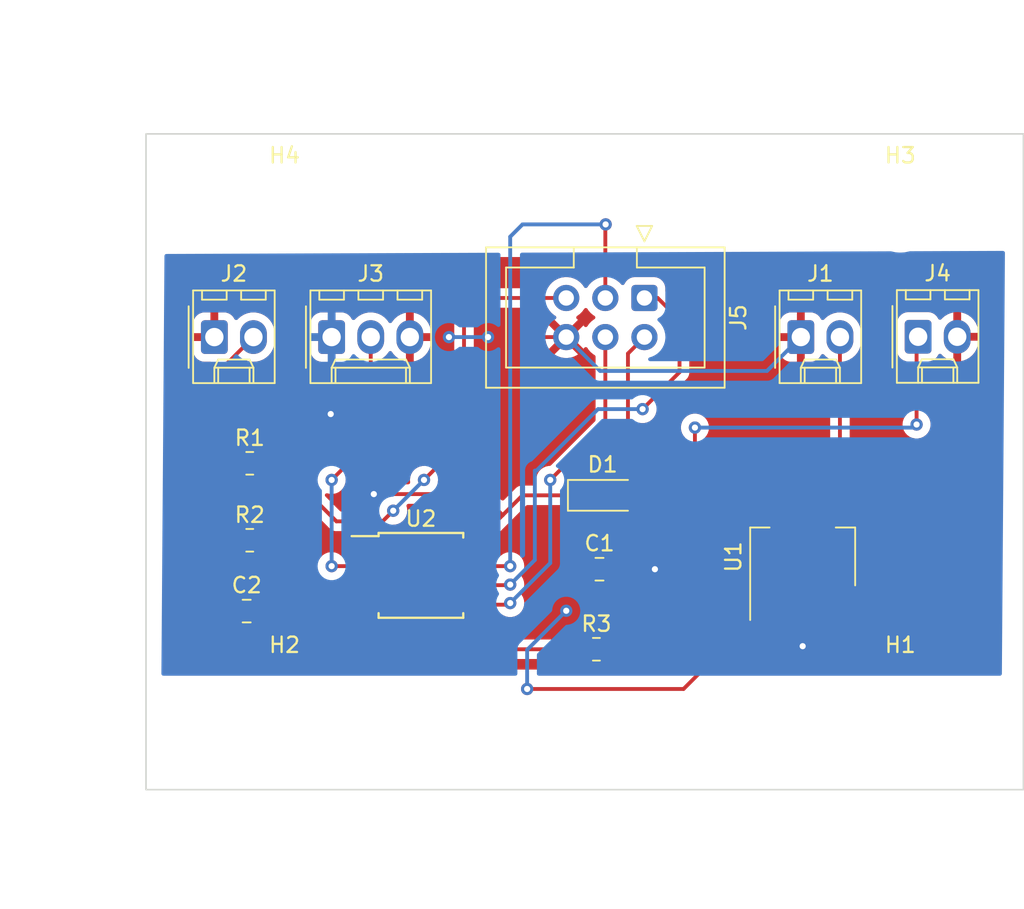
<source format=kicad_pcb>
(kicad_pcb (version 20211014) (generator pcbnew)
  (layers (0 "F.Cu" signal) (31 "B.Cu" signal) (34 "B.Paste" user) (35 "F.Paste" user) (36 "B.SilkS" user "B.Silkscreen") (37 "F.SilkS" user "F.Silkscreen") (38 "B.Mask" user) (39 "F.Mask" user) (44 "Edge.Cuts" user))
  (net 0 "")
  (net 1 "GND")
  (net 2 "+5V")
  (net 3 "/button")
  (net 4 "Net-(D1-Pad2)")
  (net 5 "Net-(U1-Pad3)")
  (net 6 "Net-(R2-Pad1)")
  (net 7 "Net-(J3-Pad2)")
  (net 8 "Net-(R3-Pad2)")
  (net 9 "/MISO")
  (net 10 "/SCK")
  (net 11 "/MOSI")
  (net 12 "/RST")
  (footprint "MountingHole:MountingHole_3.2mm_M3" (layer "F.Cu") (at 124 84.8)
    (fp_text reference "H2" (at 0 -4.2) (layer "F.SilkS"))
    (fp_text value "MountingHole")
    (pad "" np_thru_hole circle (at 0 0) (size 3.2 3.2) (drill 3.2) (layers *.Cu *.Mask))
  )
  (footprint "Package_SO:SOIC-8W_5.3x5.3mm_P1.27mm" (layer "F.Cu") (at 132.86 76.08)
    (fp_text reference "U2" (at 0 -3.68) (layer "F.SilkS"))
    (fp_text value "ATtiny85-20S")
    (fp_line (start 2.75 2.755) (end 2.75 2.455) (layer "F.SilkS") (width 0.15))
    (fp_line (start -2.75 2.755) (end -2.75 2.455) (layer "F.SilkS") (width 0.15))
    (fp_line (start -2.75 -2.755) (end -2.75 -2.55) (layer "F.SilkS") (width 0.15))
    (fp_line (start 2.75 -2.755) (end 2.75 -2.455) (layer "F.SilkS") (width 0.15))
    (fp_line (start -2.75 -2.755) (end 2.75 -2.755) (layer "F.SilkS") (width 0.15))
    (fp_line (start -2.75 2.755) (end 2.75 2.755) (layer "F.SilkS") (width 0.15))
    (fp_line (start -2.75 -2.55) (end -4.5 -2.55) (layer "F.SilkS") (width 0.15))
    (pad "1" smd rect (at -3.65 -1.905) (size 1.7 0.65) (layers "F.Cu" "F.Paste" "F.Mask") (net 12 "/RST"))
    (pad "2" smd rect (at -3.65 -0.635) (size 1.7 0.65) (layers "F.Cu" "F.Paste" "F.Mask") (net 7 "Net-(J3-Pad2)"))
    (pad "3" smd rect (at -3.65 0.635) (size 1.7 0.65) (layers "F.Cu" "F.Paste" "F.Mask") (net 3 "/button"))
    (pad "4" smd rect (at -3.65 1.905) (size 1.7 0.65) (layers "F.Cu" "F.Paste" "F.Mask") (net 1 "GND"))
    (pad "5" smd rect (at 3.65 1.905) (size 1.7 0.65) (layers "F.Cu" "F.Paste" "F.Mask") (net 11 "/MOSI"))
    (pad "6" smd rect (at 3.65 0.635) (size 1.7 0.65) (layers "F.Cu" "F.Paste" "F.Mask") (net 9 "/MISO"))
    (pad "7" smd rect (at 3.65 -0.635) (size 1.7 0.65) (layers "F.Cu" "F.Paste" "F.Mask") (net 10 "/SCK"))
    (pad "8" smd rect (at 3.65 -1.905) (size 1.7 0.65) (layers "F.Cu" "F.Paste" "F.Mask") (net 2 "+5V"))
  )
  (footprint "Connector_Molex:Molex_KK-254_AE-6410-03A_1x03_P2.54mm_Vertical" (layer "F.Cu") (at 127.06 60.6)
    (fp_text reference "J3" (at 2.54 -4.12) (layer "F.SilkS"))
    (fp_text value "POT")
    (fp_line (start 0 1.99) (end 5.08 1.99) (layer "F.SilkS") (width 0.12))
    (fp_line (start 3.34 -2.43) (end 3.34 -3.03) (layer "F.SilkS") (width 0.12))
    (fp_line (start 6.46 2.99) (end 6.46 -3.03) (layer "F.SilkS") (width 0.12))
    (fp_line (start 5.88 -2.43) (end 5.88 -3.03) (layer "F.SilkS") (width 0.12))
    (fp_line (start 0 2.99) (end 0 1.99) (layer "F.SilkS") (width 0.12))
    (fp_line (start 0 1.99) (end 0.25 1.46) (layer "F.SilkS") (width 0.12))
    (fp_line (start -1.38 -3.03) (end -1.38 2.99) (layer "F.SilkS") (width 0.12))
    (fp_line (start -1.67 -2) (end -1.67 2) (layer "F.SilkS") (width 0.12))
    (fp_line (start 1.74 -2.43) (end 3.34 -2.43) (layer "F.SilkS") (width 0.12))
    (fp_line (start 4.28 -2.43) (end 5.88 -2.43) (layer "F.SilkS") (width 0.12))
    (fp_line (start 6.46 -3.03) (end -1.38 -3.03) (layer "F.SilkS") (width 0.12))
    (fp_line (start 4.28 -3.03) (end 4.28 -2.43) (layer "F.SilkS") (width 0.12))
    (fp_line (start 4.83 2.99) (end 4.83 1.99) (layer "F.SilkS") (width 0.12))
    (fp_line (start 5.08 1.99) (end 5.08 2.99) (layer "F.SilkS") (width 0.12))
    (fp_line (start 0.8 -2.43) (end 0.8 -3.03) (layer "F.SilkS") (width 0.12))
    (fp_line (start 1.74 -3.03) (end 1.74 -2.43) (layer "F.SilkS") (width 0.12))
    (fp_line (start -0.8 -3.03) (end -0.8 -2.43) (layer "F.SilkS") (width 0.12))
    (fp_line (start -0.8 -2.43) (end 0.8 -2.43) (layer "F.SilkS") (width 0.12))
    (fp_line (start -1.38 2.99) (end 6.46 2.99) (layer "F.SilkS") (width 0.12))
    (fp_line (start 0.25 1.46) (end 4.83 1.46) (layer "F.SilkS") (width 0.12))
    (fp_line (start 4.83 1.46) (end 5.08 1.99) (layer "F.SilkS") (width 0.12))
    (fp_line (start 0.25 2.99) (end 0.25 1.99) (layer "F.SilkS") (width 0.12))
    (pad "1" thru_hole roundrect (at 0 0) (size 1.74 2.19) (drill 1.19) (layers *.Cu *.Mask) (roundrect_rratio 0.143678) (net 2 "+5V"))
    (pad "2" thru_hole oval (at 2.54 0) (size 1.74 2.19) (drill 1.19) (layers *.Cu *.Mask) (net 7 "Net-(J3-Pad2)"))
    (pad "3" thru_hole oval (at 5.08 0) (size 1.74 2.19) (drill 1.19) (layers *.Cu *.Mask) (net 1 "GND"))
  )
  (footprint "Resistor_SMD:R_0805_2012Metric_Pad1.20x1.40mm_HandSolder" (layer "F.Cu") (at 121.74 68.8)
    (fp_text reference "R1" (at 0 -1.65) (layer "F.SilkS"))
    (fp_text value "10000")
    (fp_line (start -0.227064 0.735) (end 0.227064 0.735) (layer "F.SilkS") (width 0.12))
    (fp_line (start -0.227064 -0.735) (end 0.227064 -0.735) (layer "F.SilkS") (width 0.12))
    (pad "1" smd roundrect (at -1 0) (size 1.2 1.4) (layers "F.Cu" "F.Paste" "F.Mask") (roundrect_rratio 0.208333) (net 2 "+5V"))
    (pad "2" smd roundrect (at 1 0) (size 1.2 1.4) (layers "F.Cu" "F.Paste" "F.Mask") (roundrect_rratio 0.208333) (net 12 "/RST"))
  )
  (footprint "Capacitor_SMD:C_0805_2012Metric_Pad1.18x1.45mm_HandSolder" (layer "F.Cu") (at 144.46 75.68)
    (fp_text reference "C1" (at 0 -1.68) (layer "F.SilkS"))
    (fp_text value "1uF")
    (fp_line (start -0.261252 -0.735) (end 0.261252 -0.735) (layer "F.SilkS") (width 0.12))
    (fp_line (start -0.261252 0.735) (end 0.261252 0.735) (layer "F.SilkS") (width 0.12))
    (pad "1" smd roundrect (at -1.0375 0) (size 1.175 1.45) (layers "F.Cu" "F.Paste" "F.Mask") (roundrect_rratio 0.212766) (net 1 "GND"))
    (pad "2" smd roundrect (at 1.0375 0) (size 1.175 1.45) (layers "F.Cu" "F.Paste" "F.Mask") (roundrect_rratio 0.212766) (net 2 "+5V"))
  )
  (footprint "Package_TO_SOT_SMD:SOT-223" (layer "F.Cu") (at 157.66 74.88 90)
    (fp_text reference "U1" (at 0 -4.5 90) (layer "F.SilkS"))
    (fp_text value "LM1117-5.0")
    (fp_line (start 1.91 3.41) (end 1.91 2.15) (layer "F.SilkS") (width 0.12))
    (fp_line (start -1.85 3.41) (end 1.91 3.41) (layer "F.SilkS") (width 0.12))
    (fp_line (start -4.1 -3.41) (end 1.91 -3.41) (layer "F.SilkS") (width 0.12))
    (fp_line (start 1.91 -3.41) (end 1.91 -2.15) (layer "F.SilkS") (width 0.12))
    (pad "1" smd rect (at -3.15 -2.3 90) (size 2 1.5) (layers "F.Cu" "F.Paste" "F.Mask") (net 1 "GND"))
    (pad "2" smd rect (at -3.15 0 90) (size 2 1.5) (layers "F.Cu" "F.Paste" "F.Mask") (net 2 "+5V"))
    (pad "3" smd rect (at -3.15 2.3 90) (size 2 1.5) (layers "F.Cu" "F.Paste" "F.Mask") (net 5 "Net-(U1-Pad3)"))
    (pad "4" smd rect (at 3.15 0 90) (size 2 3.8) (layers "F.Cu" "F.Paste" "F.Mask"))
  )
  (footprint "Connector_Molex:Molex_KK-254_AE-6410-02A_1x02_P2.54mm_Vertical" (layer "F.Cu") (at 119.44 60.6)
    (fp_text reference "J2" (at 1.27 -4.12) (layer "F.SilkS"))
    (fp_text value "BUTTON")
    (fp_line (start -0.8 -2.43) (end 0.8 -2.43) (layer "F.SilkS") (width 0.12))
    (fp_line (start 2.54 1.99) (end 2.54 2.99) (layer "F.SilkS") (width 0.12))
    (fp_line (start 0 1.99) (end 0.25 1.46) (layer "F.SilkS") (width 0.12))
    (fp_line (start 3.92 -3.03) (end -1.38 -3.03) (layer "F.SilkS") (width 0.12))
    (fp_line (start 0.25 1.46) (end 2.29 1.46) (layer "F.SilkS") (width 0.12))
    (fp_line (start -1.38 -3.03) (end -1.38 2.99) (layer "F.SilkS") (width 0.12))
    (fp_line (start 0.8 -2.43) (end 0.8 -3.03) (layer "F.SilkS") (width 0.12))
    (fp_line (start 0 1.99) (end 2.54 1.99) (layer "F.SilkS") (width 0.12))
    (fp_line (start 2.29 1.46) (end 2.54 1.99) (layer "F.SilkS") (width 0.12))
    (fp_line (start 2.29 2.99) (end 2.29 1.99) (layer "F.SilkS") (width 0.12))
    (fp_line (start -1.67 -2) (end -1.67 2) (layer "F.SilkS") (width 0.12))
    (fp_line (start 1.74 -3.03) (end 1.74 -2.43) (layer "F.SilkS") (width 0.12))
    (fp_line (start 3.92 2.99) (end 3.92 -3.03) (layer "F.SilkS") (width 0.12))
    (fp_line (start 0 2.99) (end 0 1.99) (layer "F.SilkS") (width 0.12))
    (fp_line (start -0.8 -3.03) (end -0.8 -2.43) (layer "F.SilkS") (width 0.12))
    (fp_line (start 0.25 2.99) (end 0.25 1.99) (layer "F.SilkS") (width 0.12))
    (fp_line (start 3.34 -2.43) (end 3.34 -3.03) (layer "F.SilkS") (width 0.12))
    (fp_line (start -1.38 2.99) (end 3.92 2.99) (layer "F.SilkS") (width 0.12))
    (fp_line (start 1.74 -2.43) (end 3.34 -2.43) (layer "F.SilkS") (width 0.12))
    (pad "1" thru_hole roundrect (at 0 0) (size 1.74 2.19) (drill 1.19) (layers *.Cu *.Mask) (roundrect_rratio 0.143678) (net 1 "GND"))
    (pad "2" thru_hole oval (at 2.54 0) (size 1.74 2.19) (drill 1.19) (layers *.Cu *.Mask) (net 6 "Net-(R2-Pad1)"))
  )
  (footprint "Resistor_SMD:R_0805_2012Metric_Pad1.20x1.40mm_HandSolder" (layer "F.Cu") (at 144.26 80.88)
    (fp_text reference "R3" (at 0 -1.65) (layer "F.SilkS"))
    (fp_text value "1000")
    (fp_line (start -0.227064 -0.735) (end 0.227064 -0.735) (layer "F.SilkS") (width 0.12))
    (fp_line (start -0.227064 0.735) (end 0.227064 0.735) (layer "F.SilkS") (width 0.12))
    (pad "1" smd roundrect (at -1 0) (size 1.2 1.4) (layers "F.Cu" "F.Paste" "F.Mask") (roundrect_rratio 0.208333) (net 10 "/SCK"))
    (pad "2" smd roundrect (at 1 0) (size 1.2 1.4) (layers "F.Cu" "F.Paste" "F.Mask") (roundrect_rratio 0.208333) (net 8 "Net-(R3-Pad2)"))
  )
  (footprint "MountingHole:MountingHole_3.2mm_M3" (layer "F.Cu") (at 164 53)
    (fp_text reference "H3" (at 0 -4.2) (layer "F.SilkS"))
    (fp_text value "MountingHole")
    (pad "" np_thru_hole circle (at 0 0) (size 3.2 3.2) (drill 3.2) (layers *.Cu *.Mask))
  )
  (footprint "Diode_SMD:D_SOD-123" (layer "F.Cu") (at 144.66 70.88)
    (fp_text reference "D1" (at 0 -2) (layer "F.SilkS"))
    (fp_text value "MBR0520")
    (fp_line (start -2.25 1) (end 1.65 1) (layer "F.SilkS") (width 0.12))
    (fp_line (start -2.25 -1) (end 1.65 -1) (layer "F.SilkS") (width 0.12))
    (fp_line (start -2.25 -1) (end -2.25 1) (layer "F.SilkS") (width 0.12))
    (pad "1" smd rect (at -1.65 0) (size 0.9 1.2) (layers "F.Cu" "F.Paste" "F.Mask") (net 2 "+5V"))
    (pad "2" smd rect (at 1.65 0) (size 0.9 1.2) (layers "F.Cu" "F.Paste" "F.Mask") (net 4 "Net-(D1-Pad2)"))
  )
  (footprint "MountingHole:MountingHole_3.2mm_M3" (layer "F.Cu") (at 164 84.8)
    (fp_text reference "H1" (at 0 -4.2) (layer "F.SilkS"))
    (fp_text value "MountingHole")
    (pad "" np_thru_hole circle (at 0 0) (size 3.2 3.2) (drill 3.2) (layers *.Cu *.Mask))
  )
  (footprint "Connector_Molex:Molex_KK-254_AE-6410-02A_1x02_P2.54mm_Vertical" (layer "F.Cu") (at 165.16 60.58)
    (fp_text reference "J4" (at 1.27 -4.12) (layer "F.SilkS"))
    (fp_text value "LED")
    (fp_line (start -1.38 2.99) (end 3.92 2.99) (layer "F.SilkS") (width 0.12))
    (fp_line (start 1.74 -2.43) (end 3.34 -2.43) (layer "F.SilkS") (width 0.12))
    (fp_line (start 2.29 2.99) (end 2.29 1.99) (layer "F.SilkS") (width 0.12))
    (fp_line (start -1.38 -3.03) (end -1.38 2.99) (layer "F.SilkS") (width 0.12))
    (fp_line (start 0.25 2.99) (end 0.25 1.99) (layer "F.SilkS") (width 0.12))
    (fp_line (start -1.67 -2) (end -1.67 2) (layer "F.SilkS") (width 0.12))
    (fp_line (start 0 1.99) (end 2.54 1.99) (layer "F.SilkS") (width 0.12))
    (fp_line (start 0.25 1.46) (end 2.29 1.46) (layer "F.SilkS") (width 0.12))
    (fp_line (start 3.92 2.99) (end 3.92 -3.03) (layer "F.SilkS") (width 0.12))
    (fp_line (start 0.8 -2.43) (end 0.8 -3.03) (layer "F.SilkS") (width 0.12))
    (fp_line (start 3.92 -3.03) (end -1.38 -3.03) (layer "F.SilkS") (width 0.12))
    (fp_line (start 2.54 1.99) (end 2.54 2.99) (layer "F.SilkS") (width 0.12))
    (fp_line (start -0.8 -3.03) (end -0.8 -2.43) (layer "F.SilkS") (width 0.12))
    (fp_line (start 0 2.99) (end 0 1.99) (layer "F.SilkS") (width 0.12))
    (fp_line (start 3.34 -2.43) (end 3.34 -3.03) (layer "F.SilkS") (width 0.12))
    (fp_line (start -0.8 -2.43) (end 0.8 -2.43) (layer "F.SilkS") (width 0.12))
    (fp_line (start 0 1.99) (end 0.25 1.46) (layer "F.SilkS") (width 0.12))
    (fp_line (start 1.74 -3.03) (end 1.74 -2.43) (layer "F.SilkS") (width 0.12))
    (fp_line (start 2.29 1.46) (end 2.54 1.99) (layer "F.SilkS") (width 0.12))
    (pad "1" thru_hole roundrect (at 0 0) (size 1.74 2.19) (drill 1.19) (layers *.Cu *.Mask) (roundrect_rratio 0.143678) (net 8 "Net-(R3-Pad2)"))
    (pad "2" thru_hole oval (at 2.54 0) (size 1.74 2.19) (drill 1.19) (layers *.Cu *.Mask) (net 1 "GND"))
  )
  (footprint "Capacitor_SMD:C_0805_2012Metric_Pad1.18x1.45mm_HandSolder" (layer "F.Cu") (at 121.54 78.4)
    (fp_text reference "C2" (at 0 -1.68) (layer "F.SilkS"))
    (fp_text value "1uF")
    (fp_line (start -0.261252 -0.735) (end 0.261252 -0.735) (layer "F.SilkS") (width 0.12))
    (fp_line (start -0.261252 0.735) (end 0.261252 0.735) (layer "F.SilkS") (width 0.12))
    (pad "1" smd roundrect (at -1.0375 0) (size 1.175 1.45) (layers "F.Cu" "F.Paste" "F.Mask") (roundrect_rratio 0.212766) (net 3 "/button"))
    (pad "2" smd roundrect (at 1.0375 0) (size 1.175 1.45) (layers "F.Cu" "F.Paste" "F.Mask") (roundrect_rratio 0.212766) (net 1 "GND"))
  )
  (footprint "Connector_Molex:Molex_KK-254_AE-6410-02A_1x02_P2.54mm_Vertical" (layer "F.Cu") (at 157.54 60.6)
    (fp_text reference "J1" (at 1.27 -4.12) (layer "F.SilkS"))
    (fp_text value "Vin")
    (fp_line (start 2.29 1.46) (end 2.54 1.99) (layer "F.SilkS") (width 0.12))
    (fp_line (start 0 1.99) (end 2.54 1.99) (layer "F.SilkS") (width 0.12))
    (fp_line (start 3.92 -3.03) (end -1.38 -3.03) (layer "F.SilkS") (width 0.12))
    (fp_line (start 0 2.99) (end 0 1.99) (layer "F.SilkS") (width 0.12))
    (fp_line (start 0.8 -2.43) (end 0.8 -3.03) (layer "F.SilkS") (width 0.12))
    (fp_line (start 2.54 1.99) (end 2.54 2.99) (layer "F.SilkS") (width 0.12))
    (fp_line (start -0.8 -3.03) (end -0.8 -2.43) (layer "F.SilkS") (width 0.12))
    (fp_line (start 1.74 -2.43) (end 3.34 -2.43) (layer "F.SilkS") (width 0.12))
    (fp_line (start 3.92 2.99) (end 3.92 -3.03) (layer "F.SilkS") (width 0.12))
    (fp_line (start 0.25 1.46) (end 2.29 1.46) (layer "F.SilkS") (width 0.12))
    (fp_line (start -1.67 -2) (end -1.67 2) (layer "F.SilkS") (width 0.12))
    (fp_line (start -1.38 2.99) (end 3.92 2.99) (layer "F.SilkS") (width 0.12))
    (fp_line (start 0.25 2.99) (end 0.25 1.99) (layer "F.SilkS") (width 0.12))
    (fp_line (start 0 1.99) (end 0.25 1.46) (layer "F.SilkS") (width 0.12))
    (fp_line (start 1.74 -3.03) (end 1.74 -2.43) (layer "F.SilkS") (width 0.12))
    (fp_line (start 2.29 2.99) (end 2.29 1.99) (layer "F.SilkS") (width 0.12))
    (fp_line (start -0.8 -2.43) (end 0.8 -2.43) (layer "F.SilkS") (width 0.12))
    (fp_line (start 3.34 -2.43) (end 3.34 -3.03) (layer "F.SilkS") (width 0.12))
    (fp_line (start -1.38 -3.03) (end -1.38 2.99) (layer "F.SilkS") (width 0.12))
    (pad "1" thru_hole roundrect (at 0 0) (size 1.74 2.19) (drill 1.19) (layers *.Cu *.Mask) (roundrect_rratio 0.143678) (net 1 "GND"))
    (pad "2" thru_hole oval (at 2.54 0) (size 1.74 2.19) (drill 1.19) (layers *.Cu *.Mask) (net 5 "Net-(U1-Pad3)"))
  )
  (footprint "Resistor_SMD:R_0805_2012Metric_Pad1.20x1.40mm_HandSolder" (layer "F.Cu") (at 121.74 73.8)
    (fp_text reference "R2" (at 0 -1.65) (layer "F.SilkS"))
    (fp_text value "10000")
    (fp_line (start -0.227064 0.735) (end 0.227064 0.735) (layer "F.SilkS") (width 0.12))
    (fp_line (start -0.227064 -0.735) (end 0.227064 -0.735) (layer "F.SilkS") (width 0.12))
    (pad "1" smd roundrect (at -1 0) (size 1.2 1.4) (layers "F.Cu" "F.Paste" "F.Mask") (roundrect_rratio 0.208333) (net 6 "Net-(R2-Pad1)"))
    (pad "2" smd roundrect (at 1 0) (size 1.2 1.4) (layers "F.Cu" "F.Paste" "F.Mask") (roundrect_rratio 0.208333) (net 3 "/button"))
  )
  (footprint "MountingHole:MountingHole_3.2mm_M3" (layer "F.Cu") (at 124 53)
    (fp_text reference "H4" (at 0 -4.2) (layer "F.SilkS"))
    (fp_text value "MountingHole")
    (pad "" np_thru_hole circle (at 0 0) (size 3.2 3.2) (drill 3.2) (layers *.Cu *.Mask))
  )
  (footprint "Connector_IDC:IDC-Header_2x03_P2.54mm_Vertical" (layer "F.Cu") (at 147.38 58.06 -90)
    (fp_text reference "J5" (at 1.27 -6.1 90) (layer "F.SilkS"))
    (fp_text value "AVR-ISP-6")
    (fp_line (start -3.29 10.29) (end -3.29 -5.21) (layer "F.SilkS") (width 0.12))
    (fp_line (start -3.68 0) (end -4.68 -0.5) (layer "F.SilkS") (width 0.12))
    (fp_line (start 4.52 8.99) (end -1.98 8.99) (layer "F.SilkS") (width 0.12))
    (fp_line (start -4.68 0.5) (end -3.68 0) (layer "F.SilkS") (width 0.12))
    (fp_line (start -1.98 -3.91) (end 4.52 -3.91) (layer "F.SilkS") (width 0.12))
    (fp_line (start 5.83 10.29) (end -3.29 10.29) (layer "F.SilkS") (width 0.12))
    (fp_line (start -1.98 8.99) (end -1.98 4.59) (layer "F.SilkS") (width 0.12))
    (fp_line (start -3.29 0.49) (end -1.98 0.49) (layer "F.SilkS") (width 0.12))
    (fp_line (start -1.98 0.49) (end -1.98 -3.91) (layer "F.SilkS") (width 0.12))
    (fp_line (start 4.52 -3.91) (end 4.52 8.99) (layer "F.SilkS") (width 0.12))
    (fp_line (start -3.29 -5.21) (end 5.83 -5.21) (layer "F.SilkS") (width 0.12))
    (fp_line (start -4.68 -0.5) (end -4.68 0.5) (layer "F.SilkS") (width 0.12))
    (fp_line (start -1.98 4.59) (end -3.29 4.59) (layer "F.SilkS") (width 0.12))
    (fp_line (start 5.83 -5.21) (end 5.83 10.29) (layer "F.SilkS") (width 0.12))
    (fp_line (start -1.98 4.59) (end -1.98 4.59) (layer "F.SilkS") (width 0.12))
    (pad "1" thru_hole roundrect (at 0 0 270) (size 1.7 1.7) (drill 1) (layers *.Cu *.Mask) (roundrect_rratio 0.147059) (net 9 "/MISO"))
    (pad "2" thru_hole circle (at 2.54 0 270) (size 1.7 1.7) (drill 1) (layers *.Cu *.Mask) (net 4 "Net-(D1-Pad2)"))
    (pad "3" thru_hole circle (at 0 2.54 270) (size 1.7 1.7) (drill 1) (layers *.Cu *.Mask) (net 10 "/SCK"))
    (pad "4" thru_hole circle (at 2.54 2.54 270) (size 1.7 1.7) (drill 1) (layers *.Cu *.Mask) (net 11 "/MOSI"))
    (pad "5" thru_hole circle (at 0 5.08 270) (size 1.7 1.7) (drill 1) (layers *.Cu *.Mask) (net 12 "/RST"))
    (pad "6" thru_hole circle (at 2.54 5.08 270) (size 1.7 1.7) (drill 1) (layers *.Cu *.Mask) (net 1 "GND"))
  )
  (gr_rect (start 115 47.4) (end 172 90) (layer "Edge.Cuts") (width 0.1) (fill none))
  (segment (start 122.9925 77.985) (end 129.21 77.985) (width 0.25) (layer "F.Cu") (net 1))
  (segment (start 143.4225 75.68) (end 142.3 76.8025) (width 0.25) (layer "F.Cu") (net 1))
  (segment (start 132.14 60.6) (end 134.68 60.6) (width 0.25) (layer "F.Cu") (net 1))
  (segment (start 155.36 78.03) (end 155.35 78.03) (width 0.25) (layer "F.Cu") (net 1))
  (segment (start 155.35 78.03) (end 149.92 83.46) (width 0.25) (layer "F.Cu") (net 1))
  (segment (start 142.3 76.8025) (end 142.3 78.38) (width 0.25) (layer "F.Cu") (net 1))
  (segment (start 137.22 60.6) (end 142.3 60.6) (width 0.25) (layer "F.Cu") (net 1))
  (segment (start 122.5775 78.4) (end 122.9925 77.985) (width 0.25) (layer "F.Cu") (net 1))
  (segment (start 149.92 83.46) (end 139.76 83.46) (width 0.25) (layer "F.Cu") (net 1))
  (via (at 139.76 83.46) (size 0.8) (drill 0.4) (layers "F.Cu" "B.Cu") (net 1))
  (via (at 134.68 60.6) (size 0.8) (drill 0.4) (layers "F.Cu" "B.Cu") (net 1))
  (via (at 142.3 78.38) (size 0.8) (drill 0.4) (layers "F.Cu" "B.Cu") (net 1))
  (via (at 137.22 60.6) (size 0.8) (drill 0.4) (layers "F.Cu" "B.Cu") (net 1))
  (segment (start 142.3 78.38) (end 139.76 80.92) (width 0.25) (layer "B.Cu") (net 1))
  (segment (start 155.34 62.8) (end 157.54 60.6) (width 0.25) (layer "B.Cu") (net 1))
  (segment (start 134.68 60.6) (end 137.22 60.6) (width 0.25) (layer "B.Cu") (net 1))
  (segment (start 144.5 62.8) (end 155.34 62.8) (width 0.25) (layer "B.Cu") (net 1))
  (segment (start 139.76 80.92) (end 139.76 83.46) (width 0.25) (layer "B.Cu") (net 1))
  (segment (start 142.3 60.6) (end 144.5 62.8) (width 0.25) (layer "B.Cu") (net 1))
  (segment (start 127 65.6) (end 127 64.2) (width 0.25) (layer "F.Cu") (net 2))
  (segment (start 139.46 70.88) (end 143.01 70.88) (width 0.25) (layer "F.Cu") (net 2))
  (segment (start 125.4 64.14) (end 127.06 64.14) (width 0.25) (layer "F.Cu") (net 2))
  (segment (start 127 64.2) (end 127.06 64.14) (width 0.25) (layer "F.Cu") (net 2))
  (segment (start 145.4975 74.3175) (end 145.4975 75.68) (width 0.25) (layer "F.Cu") (net 2))
  (segment (start 127.06 60.6) (end 127.06 64.14) (width 0.25) (layer "F.Cu") (net 2))
  (segment (start 136.51 73.83) (end 138.17 72.17) (width 0.25) (layer "F.Cu") (net 2))
  (segment (start 136.8 70.8) (end 129.8 70.8) (width 0.25) (layer "F.Cu") (net 2))
  (segment (start 143.01 71.83) (end 145.4975 74.3175) (width 0.25) (layer "F.Cu") (net 2))
  (segment (start 138.17 72.17) (end 139.46 70.88) (width 0.25) (layer "F.Cu") (net 2))
  (segment (start 148.06 75.68) (end 145.4975 75.68) (width 0.25) (layer "F.Cu") (net 2))
  (segment (start 120.74 68.8) (end 125.4 64.14) (width 0.25) (layer "F.Cu") (net 2))
  (segment (start 138.17 72.17) (end 136.8 70.8) (width 0.25) (layer "F.Cu") (net 2))
  (segment (start 136.51 74.175) (end 136.51 73.83) (width 0.25) (layer "F.Cu") (net 2))
  (segment (start 157.66 78.03) (end 157.66 80.68) (width 0.25) (layer "F.Cu") (net 2))
  (segment (start 143.01 70.88) (end 143.01 71.83) (width 0.25) (layer "F.Cu") (net 2))
  (via (at 127 65.6) (size 0.8) (drill 0.4) (layers "F.Cu" "B.Cu") (net 2))
  (via (at 129.8 70.8) (size 0.8) (drill 0.4) (layers "F.Cu" "B.Cu") (net 2))
  (via (at 157.66 80.68) (size 0.8) (drill 0.4) (layers "F.Cu" "B.Cu") (net 2))
  (via (at 148.06 75.68) (size 0.8) (drill 0.4) (layers "F.Cu" "B.Cu") (net 2))
  (segment (start 129.8 70.8) (end 127 68) (width 0.25) (layer "B.Cu") (net 2))
  (segment (start 148.66 75.68) (end 148.06 75.68) (width 0.25) (layer "B.Cu") (net 2))
  (segment (start 153.66 80.68) (end 148.66 75.68) (width 0.25) (layer "B.Cu") (net 2))
  (segment (start 127 68) (end 127 65.6) (width 0.25) (layer "B.Cu") (net 2))
  (segment (start 157.66 80.68) (end 153.66 80.68) (width 0.25) (layer "B.Cu") (net 2))
  (segment (start 125.4 73.8) (end 122.74 73.8) (width 0.25) (layer "F.Cu") (net 3))
  (segment (start 120.5025 78.4) (end 122.74 76.1625) (width 0.25) (layer "F.Cu") (net 3))
  (segment (start 129.21 76.715) (end 126.715 76.715) (width 0.25) (layer "F.Cu") (net 3))
  (segment (start 125.4 75.4) (end 125.4 73.8) (width 0.25) (layer "F.Cu") (net 3))
  (segment (start 122.74 76.1625) (end 122.74 73.8) (width 0.25) (layer "F.Cu") (net 3))
  (segment (start 126.715 76.715) (end 125.4 75.4) (width 0.25) (layer "F.Cu") (net 3))
  (segment (start 146.31 70.88) (end 146.31 61.67) (width 0.25) (layer "F.Cu") (net 4))
  (segment (start 146.31 61.67) (end 147.38 60.6) (width 0.25) (layer "F.Cu") (net 4))
  (segment (start 160.08 67.46) (end 160.08 60.6) (width 0.25) (layer "F.Cu") (net 5))
  (segment (start 160.06 67.48) (end 160.08 67.46) (width 0.25) (layer "F.Cu") (net 5))
  (segment (start 159.96 78.03) (end 164.71 78.03) (width 0.25) (layer "F.Cu") (net 5))
  (segment (start 164.86 72.28) (end 160.06 67.48) (width 0.25) (layer "F.Cu") (net 5))
  (segment (start 164.71 78.03) (end 164.86 77.88) (width 0.25) (layer "F.Cu") (net 5))
  (segment (start 164.86 77.88) (end 164.86 72.28) (width 0.25) (layer "F.Cu") (net 5))
  (segment (start 120.6 73.8) (end 120.74 73.8) (width 0.25) (layer "F.Cu") (net 6))
  (segment (start 121.98 60.6) (end 118.4 64.18) (width 0.25) (layer "F.Cu") (net 6))
  (segment (start 118.4 64.18) (end 118.4 71.6) (width 0.25) (layer "F.Cu") (net 6))
  (segment (start 118.4 71.6) (end 120.6 73.8) (width 0.25) (layer "F.Cu") (net 6))
  (segment (start 129.6 67.34) (end 127.06 69.88) (width 0.25) (layer "F.Cu") (net 7))
  (segment (start 129.175 75.48) (end 129.21 75.445) (width 0.25) (layer "F.Cu") (net 7))
  (segment (start 127.06 75.48) (end 129.175 75.48) (width 0.25) (layer "F.Cu") (net 7))
  (segment (start 129.6 60.6) (end 129.6 67.34) (width 0.25) (layer "F.Cu") (net 7))
  (via (at 127.06 75.48) (size 0.8) (drill 0.4) (layers "F.Cu" "B.Cu") (net 7))
  (via (at 127.06 69.88) (size 0.8) (drill 0.4) (layers "F.Cu" "B.Cu") (net 7))
  (segment (start 127.06 69.88) (end 127.06 75.48) (width 0.25) (layer "B.Cu") (net 7))
  (segment (start 145.26 80.88) (end 150.66 75.48) (width 0.25) (layer "F.Cu") (net 8))
  (segment (start 150.66 75.48) (end 150.66 66.48) (width 0.25) (layer "F.Cu") (net 8))
  (segment (start 165.06 60.68) (end 165.16 60.58) (width 0.25) (layer "F.Cu") (net 8))
  (segment (start 165.06 66.28) (end 165.06 60.68) (width 0.25) (layer "F.Cu") (net 8))
  (via (at 165.06 66.28) (size 0.8) (drill 0.4) (layers "F.Cu" "B.Cu") (net 8))
  (via (at 150.66 66.48) (size 0.8) (drill 0.4) (layers "F.Cu" "B.Cu") (net 8))
  (segment (start 164.86 66.48) (end 165.06 66.28) (width 0.25) (layer "B.Cu") (net 8))
  (segment (start 150.66 66.48) (end 164.86 66.48) (width 0.25) (layer "B.Cu") (net 8))
  (segment (start 149.66 59.48) (end 148.24 58.06) (width 0.25) (layer "F.Cu") (net 9))
  (segment (start 147.26 65.28) (end 149.66 62.88) (width 0.25) (layer "F.Cu") (net 9))
  (segment (start 136.51 76.715) (end 138.625 76.715) (width 0.25) (layer "F.Cu") (net 9))
  (segment (start 148.24 58.06) (end 147.38 58.06) (width 0.25) (layer "F.Cu") (net 9))
  (segment (start 138.625 76.715) (end 138.66 76.68) (width 0.25) (layer "F.Cu") (net 9))
  (segment (start 149.66 62.88) (end 149.66 59.48) (width 0.25) (layer "F.Cu") (net 9))
  (via (at 138.66 76.68) (size 0.8) (drill 0.4) (layers "F.Cu" "B.Cu") (net 9))
  (via (at 147.26 65.28) (size 0.8) (drill 0.4) (layers "F.Cu" "B.Cu") (net 9))
  (segment (start 140.361701 69.28) (end 144.361701 65.28) (width 0.25) (layer "B.Cu") (net 9))
  (segment (start 138.66 76.68) (end 140.06 75.28) (width 0.25) (layer "B.Cu") (net 9))
  (segment (start 140.26 75.08) (end 140.26 69.28) (width 0.25) (layer "B.Cu") (net 9))
  (segment (start 140.06 75.28) (end 140.26 75.08) (width 0.25) (layer "B.Cu") (net 9))
  (segment (start 144.361701 65.28) (end 147.26 65.28) (width 0.25) (layer "B.Cu") (net 9))
  (segment (start 140.26 69.28) (end 140.361701 69.28) (width 0.25) (layer "B.Cu") (net 9))
  (segment (start 144.84 58.06) (end 144.84 53.3) (width 0.25) (layer "F.Cu") (net 10))
  (segment (start 136.06 80.88) (end 133.66 78.48) (width 0.25) (layer "F.Cu") (net 10))
  (segment (start 143.26 80.88) (end 136.06 80.88) (width 0.25) (layer "F.Cu") (net 10))
  (segment (start 144.84 53.3) (end 144.86 53.28) (width 0.25) (layer "F.Cu") (net 10))
  (segment (start 136.545 75.48) (end 136.51 75.445) (width 0.25) (layer "F.Cu") (net 10))
  (segment (start 134.495 75.445) (end 136.51 75.445) (width 0.25) (layer "F.Cu") (net 10))
  (segment (start 138.66 75.48) (end 136.545 75.48) (width 0.25) (layer "F.Cu") (net 10))
  (segment (start 133.66 78.48) (end 133.66 76.28) (width 0.25) (layer "F.Cu") (net 10))
  (segment (start 133.66 76.28) (end 134.495 75.445) (width 0.25) (layer "F.Cu") (net 10))
  (via (at 144.86 53.28) (size 0.8) (drill 0.4) (layers "F.Cu" "B.Cu") (net 10))
  (via (at 138.66 75.48) (size 0.8) (drill 0.4) (layers "F.Cu" "B.Cu") (net 10))
  (segment (start 138.66 54.08) (end 138.66 75.48) (width 0.25) (layer "B.Cu") (net 10))
  (segment (start 139.46 53.28) (end 138.66 54.08) (width 0.25) (layer "B.Cu") (net 10))
  (segment (start 144.86 53.28) (end 139.46 53.28) (width 0.25) (layer "B.Cu") (net 10))
  (segment (start 144.84 66.3) (end 144.84 60.6) (width 0.25) (layer "F.Cu") (net 11))
  (segment (start 138.555 77.985) (end 138.66 77.88) (width 0.25) (layer "F.Cu") (net 11))
  (segment (start 141.26 69.88) (end 144.84 66.3) (width 0.25) (layer "F.Cu") (net 11))
  (segment (start 136.51 77.985) (end 138.555 77.985) (width 0.25) (layer "F.Cu") (net 11))
  (via (at 141.26 69.88) (size 0.8) (drill 0.4) (layers "F.Cu" "B.Cu") (net 11))
  (via (at 138.66 77.88) (size 0.8) (drill 0.4) (layers "F.Cu" "B.Cu") (net 11))
  (segment (start 138.66 77.88) (end 141.26 75.28) (width 0.25) (layer "B.Cu") (net 11))
  (segment (start 141.26 75.28) (end 141.26 69.88) (width 0.25) (layer "B.Cu") (net 11))
  (segment (start 122.74 68.8) (end 123.6 68.8) (width 0.25) (layer "F.Cu") (net 12))
  (segment (start 135.68 58.06) (end 142.3 58.06) (width 0.25) (layer "F.Cu") (net 12))
  (segment (start 133.06 69.88) (end 135.66 67.28) (width 0.25) (layer "F.Cu") (net 12))
  (segment (start 129.21 73.73) (end 130.37 72.57) (width 0.25) (layer "F.Cu") (net 12))
  (segment (start 129.21 74.175) (end 129.21 73.73) (width 0.25) (layer "F.Cu") (net 12))
  (segment (start 135.66 58.08) (end 135.68 58.06) (width 0.25) (layer "F.Cu") (net 12))
  (segment (start 130.37 72.57) (end 131.06 71.88) (width 0.25) (layer "F.Cu") (net 12))
  (segment (start 135.66 67.28) (end 135.66 58.08) (width 0.25) (layer "F.Cu") (net 12))
  (segment (start 123.6 68.8) (end 127.37 72.57) (width 0.25) (layer "F.Cu") (net 12))
  (segment (start 127.37 72.57) (end 130.37 72.57) (width 0.25) (layer "F.Cu") (net 12))
  (via (at 131.06 71.88) (size 0.8) (drill 0.4) (layers "F.Cu" "B.Cu") (net 12))
  (via (at 133.06 69.88) (size 0.8) (drill 0.4) (layers "F.Cu" "B.Cu") (net 12))
  (segment (start 131.06 71.88) (end 133.06 69.88) (width 0.25) (layer "B.Cu") (net 12))
  (zone (net 1) (net_name "GND") (layer "F.Cu") (connect_pads (clearance 0.508)) (min_thickness 0.254) (fill yes (thermal_gap 0.508) (thermal_bridge_width 0.508))
    (polygon (pts (xy 170.2 82.2) (xy 116.4 82.2) (xy 116.4 55.4) (xy 170.4 55.4)))
  )
  (zone (net 2) (net_name "+5V") (layer "B.Cu") (connect_pads (clearance 0.508)) (min_thickness 0.254) (fill yes (thermal_gap 0.508) (thermal_bridge_width 0.508))
    (polygon (pts (xy 170.6 82.6) (xy 116 82.6) (xy 116.2 55.2) (xy 170.8 55)))
  )
)
</source>
